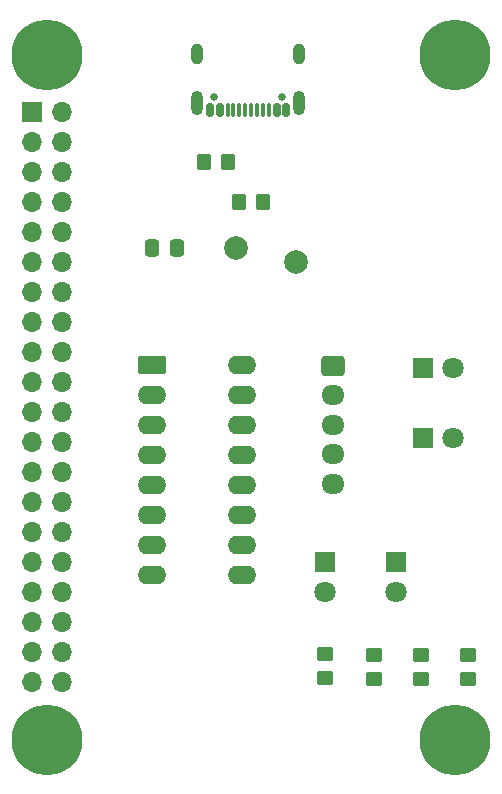
<source format=gbr>
%TF.GenerationSoftware,KiCad,Pcbnew,9.0.2*%
%TF.CreationDate,2025-11-26T15:53:52-08:00*%
%TF.ProjectId,ECE411_1,45434534-3131-45f3-912e-6b696361645f,3.0*%
%TF.SameCoordinates,Original*%
%TF.FileFunction,Soldermask,Top*%
%TF.FilePolarity,Negative*%
%FSLAX46Y46*%
G04 Gerber Fmt 4.6, Leading zero omitted, Abs format (unit mm)*
G04 Created by KiCad (PCBNEW 9.0.2) date 2025-11-26 15:53:52*
%MOMM*%
%LPD*%
G01*
G04 APERTURE LIST*
G04 Aperture macros list*
%AMRoundRect*
0 Rectangle with rounded corners*
0 $1 Rounding radius*
0 $2 $3 $4 $5 $6 $7 $8 $9 X,Y pos of 4 corners*
0 Add a 4 corners polygon primitive as box body*
4,1,4,$2,$3,$4,$5,$6,$7,$8,$9,$2,$3,0*
0 Add four circle primitives for the rounded corners*
1,1,$1+$1,$2,$3*
1,1,$1+$1,$4,$5*
1,1,$1+$1,$6,$7*
1,1,$1+$1,$8,$9*
0 Add four rect primitives between the rounded corners*
20,1,$1+$1,$2,$3,$4,$5,0*
20,1,$1+$1,$4,$5,$6,$7,0*
20,1,$1+$1,$6,$7,$8,$9,0*
20,1,$1+$1,$8,$9,$2,$3,0*%
G04 Aperture macros list end*
%ADD10C,0.650000*%
%ADD11RoundRect,0.150000X0.150000X0.425000X-0.150000X0.425000X-0.150000X-0.425000X0.150000X-0.425000X0*%
%ADD12RoundRect,0.075000X0.075000X0.500000X-0.075000X0.500000X-0.075000X-0.500000X0.075000X-0.500000X0*%
%ADD13O,1.000000X2.100000*%
%ADD14O,1.000000X1.800000*%
%ADD15RoundRect,0.250000X-0.725000X0.600000X-0.725000X-0.600000X0.725000X-0.600000X0.725000X0.600000X0*%
%ADD16O,1.950000X1.700000*%
%ADD17R,1.800000X1.800000*%
%ADD18C,1.800000*%
%ADD19C,6.000000*%
%ADD20C,2.010000*%
%ADD21R,1.700000X1.700000*%
%ADD22O,1.700000X1.700000*%
%ADD23RoundRect,0.250000X-0.337500X-0.475000X0.337500X-0.475000X0.337500X0.475000X-0.337500X0.475000X0*%
%ADD24RoundRect,0.250000X0.450000X-0.350000X0.450000X0.350000X-0.450000X0.350000X-0.450000X-0.350000X0*%
%ADD25RoundRect,0.250000X0.350000X0.450000X-0.350000X0.450000X-0.350000X-0.450000X0.350000X-0.450000X0*%
%ADD26RoundRect,0.250000X-0.950000X-0.550000X0.950000X-0.550000X0.950000X0.550000X-0.950000X0.550000X0*%
%ADD27O,2.400000X1.600000*%
G04 APERTURE END LIST*
D10*
%TO.C,J4*%
X126390000Y-91605000D03*
X120610000Y-91605000D03*
D11*
X126700000Y-92680000D03*
X125900000Y-92680000D03*
D12*
X124750000Y-92680000D03*
X123750000Y-92680000D03*
X123250000Y-92680000D03*
X122250000Y-92680000D03*
D11*
X121100000Y-92680000D03*
X120300000Y-92680000D03*
X120300000Y-92680000D03*
X121100000Y-92680000D03*
D12*
X121750000Y-92680000D03*
X122750000Y-92680000D03*
X124250000Y-92680000D03*
X125250000Y-92680000D03*
D11*
X125900000Y-92680000D03*
X126700000Y-92680000D03*
D13*
X127820000Y-92105000D03*
D14*
X127820000Y-87925000D03*
D13*
X119180000Y-92105000D03*
D14*
X119180000Y-87925000D03*
%TD*%
D15*
%TO.C,J1*%
X130690000Y-114344870D03*
D16*
X130690000Y-116844870D03*
X130690000Y-119344870D03*
X130690000Y-121844870D03*
X130690000Y-124344870D03*
%TD*%
D17*
%TO.C,D1*%
X138308194Y-114491057D03*
D18*
X140848194Y-114491057D03*
%TD*%
D19*
%TO.C,*%
X141000000Y-146000000D03*
%TD*%
D20*
%TO.C,TH1*%
X122450000Y-104400000D03*
X127550000Y-105600000D03*
%TD*%
D19*
%TO.C,J2*%
X106500000Y-88000000D03*
X106500000Y-146000000D03*
D21*
X105230000Y-92870000D03*
D22*
X107770000Y-92870000D03*
X105230000Y-95410000D03*
X107770000Y-95410000D03*
X105230000Y-97950000D03*
X107770000Y-97950000D03*
X105230000Y-100490000D03*
X107770000Y-100490000D03*
X105230000Y-103030000D03*
X107770000Y-103030000D03*
X105230000Y-105570000D03*
X107770000Y-105570000D03*
X105230000Y-108110000D03*
X107770000Y-108110000D03*
X105230000Y-110650000D03*
X107770000Y-110650000D03*
X105230000Y-113190000D03*
X107770000Y-113190000D03*
X105230000Y-115730000D03*
X107770000Y-115730000D03*
X105230000Y-118270000D03*
X107770000Y-118270000D03*
X105230000Y-120810000D03*
X107770000Y-120810000D03*
X105230000Y-123350000D03*
X107770000Y-123350000D03*
X105230000Y-125890000D03*
X107770000Y-125890000D03*
X105230000Y-128430000D03*
X107770000Y-128430000D03*
X105230000Y-130970000D03*
X107770000Y-130970000D03*
X105230000Y-133510000D03*
X107770000Y-133510000D03*
X105230000Y-136050000D03*
X107770000Y-136050000D03*
X105230000Y-138590000D03*
X107770000Y-138590000D03*
X105230000Y-141130000D03*
X107770000Y-141130000D03*
%TD*%
D17*
%TO.C,D3*%
X136000000Y-130960000D03*
D18*
X136000000Y-133500000D03*
%TD*%
D17*
%TO.C,D2*%
X138308194Y-120445636D03*
D18*
X140848194Y-120445636D03*
%TD*%
D23*
%TO.C,C1*%
X115381778Y-104363722D03*
X117456778Y-104363722D03*
%TD*%
D19*
%TO.C,*%
X141000000Y-88000000D03*
%TD*%
D24*
%TO.C,R1*%
X142127947Y-140840659D03*
X142127947Y-138840659D03*
%TD*%
D25*
%TO.C,R6*%
X121755087Y-97089021D03*
X119755087Y-97089021D03*
%TD*%
D24*
%TO.C,R2*%
X138127947Y-140840659D03*
X138127947Y-138840659D03*
%TD*%
D25*
%TO.C,R5*%
X124745810Y-100500000D03*
X122745810Y-100500000D03*
%TD*%
D24*
%TO.C,R4*%
X129975070Y-140744634D03*
X129975070Y-138744634D03*
%TD*%
D17*
%TO.C,D4*%
X130000000Y-130960000D03*
D18*
X130000000Y-133500000D03*
%TD*%
D26*
%TO.C,U1*%
X115380000Y-114300000D03*
D27*
X115380000Y-116840000D03*
X115380000Y-119380000D03*
X115380000Y-121920000D03*
X115380000Y-124460000D03*
X115380000Y-127000000D03*
X115380000Y-129540000D03*
X115380000Y-132080000D03*
X123000000Y-132080000D03*
X123000000Y-129540000D03*
X123000000Y-127000000D03*
X123000000Y-124460000D03*
X123000000Y-121920000D03*
X123000000Y-119380000D03*
X123000000Y-116840000D03*
X123000000Y-114300000D03*
%TD*%
D24*
%TO.C,R3*%
X134127947Y-140840659D03*
X134127947Y-138840659D03*
%TD*%
M02*

</source>
